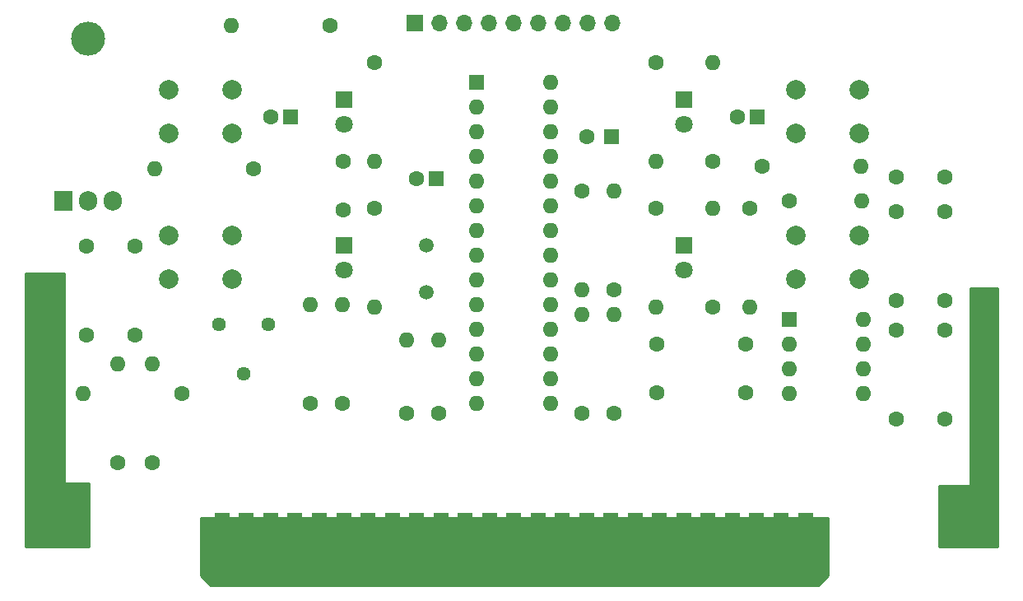
<source format=gbr>
G04 #@! TF.GenerationSoftware,KiCad,Pcbnew,(5.1.7)-1*
G04 #@! TF.CreationDate,2021-09-17T17:51:21-05:00*
G04 #@! TF.ProjectId,ConsolePedalUno,436f6e73-6f6c-4655-9065-64616c556e6f,rev?*
G04 #@! TF.SameCoordinates,Original*
G04 #@! TF.FileFunction,Soldermask,Bot*
G04 #@! TF.FilePolarity,Negative*
%FSLAX46Y46*%
G04 Gerber Fmt 4.6, Leading zero omitted, Abs format (unit mm)*
G04 Created by KiCad (PCBNEW (5.1.7)-1) date 2021-09-17 17:51:21*
%MOMM*%
%LPD*%
G01*
G04 APERTURE LIST*
%ADD10R,1.500000X7.000000*%
%ADD11C,5.000000*%
%ADD12C,1.600000*%
%ADD13R,1.600000X1.600000*%
%ADD14O,1.600000X1.600000*%
%ADD15R,1.800000X1.800000*%
%ADD16C,1.800000*%
%ADD17R,1.700000X1.700000*%
%ADD18O,1.700000X1.700000*%
%ADD19C,1.440000*%
%ADD20C,2.000000*%
%ADD21C,1.500000*%
%ADD22O,3.500000X3.500000*%
%ADD23R,1.905000X2.000000*%
%ADD24O,1.905000X2.000000*%
%ADD25C,0.254000*%
%ADD26C,0.100000*%
G04 APERTURE END LIST*
D10*
G04 #@! TO.C,J1*
X102715000Y-126000000D03*
X105215000Y-126000000D03*
X107715000Y-126000000D03*
X110215000Y-126000000D03*
X112715000Y-126000000D03*
X115215000Y-126000000D03*
X117715000Y-126000000D03*
X120215000Y-126000000D03*
X122715000Y-126000000D03*
X125215000Y-126000000D03*
X127715000Y-126000000D03*
X130215000Y-126000000D03*
X132715000Y-126000000D03*
X135215000Y-126000000D03*
X137715000Y-126000000D03*
X140215000Y-126000000D03*
X142715000Y-126000000D03*
X145215000Y-126000000D03*
X147715000Y-126000000D03*
X150215000Y-126000000D03*
X152715000Y-126000000D03*
X155215000Y-126000000D03*
X157715000Y-126000000D03*
X160215000Y-126000000D03*
X162715000Y-126000000D03*
G04 #@! TD*
D11*
G04 #@! TO.C,H1*
X85350000Y-122600000D03*
G04 #@! TD*
G04 #@! TO.C,H2*
X180150000Y-122600000D03*
G04 #@! TD*
D12*
G04 #@! TO.C,C1*
X88726000Y-104286000D03*
X93726000Y-104286000D03*
G04 #@! TD*
G04 #@! TO.C,C2*
X172038000Y-100730000D03*
X177038000Y-100730000D03*
G04 #@! TD*
G04 #@! TO.C,C3*
X122714000Y-88138000D03*
D13*
X124714000Y-88138000D03*
G04 #@! TD*
D12*
G04 #@! TO.C,C4*
X161036000Y-90424000D03*
D14*
X168536000Y-90424000D03*
G04 #@! TD*
D12*
G04 #@! TO.C,C5*
X115208000Y-86360000D03*
X115208000Y-91360000D03*
G04 #@! TD*
G04 #@! TO.C,C6*
X121666000Y-112268000D03*
D14*
X121666000Y-104768000D03*
G04 #@! TD*
D12*
G04 #@! TO.C,C7*
X147428000Y-105156000D03*
X147428000Y-110156000D03*
G04 #@! TD*
G04 #@! TO.C,C8*
X156610000Y-105156000D03*
X156610000Y-110156000D03*
G04 #@! TD*
G04 #@! TO.C,C9*
X177038000Y-91548000D03*
X172038000Y-91548000D03*
G04 #@! TD*
D13*
G04 #@! TO.C,C10*
X157734000Y-81788000D03*
D12*
X155734000Y-81788000D03*
G04 #@! TD*
G04 #@! TO.C,C11*
X172038000Y-112922000D03*
X177038000Y-112922000D03*
G04 #@! TD*
D14*
G04 #@! TO.C,C12*
X124968000Y-104768000D03*
D12*
X124968000Y-112268000D03*
G04 #@! TD*
D13*
G04 #@! TO.C,C13*
X109728000Y-81788000D03*
D12*
X107728000Y-81788000D03*
G04 #@! TD*
G04 #@! TO.C,C14*
X88726000Y-95104000D03*
X93726000Y-95104000D03*
G04 #@! TD*
G04 #@! TO.C,C15*
X177038000Y-103740000D03*
X172038000Y-103740000D03*
G04 #@! TD*
D13*
G04 #@! TO.C,C16*
X142748000Y-83820000D03*
D12*
X140248000Y-83820000D03*
G04 #@! TD*
G04 #@! TO.C,C17*
X172038000Y-88030000D03*
X177038000Y-88030000D03*
G04 #@! TD*
D15*
G04 #@! TO.C,D3*
X115250000Y-80000000D03*
D16*
X115250000Y-82540000D03*
G04 #@! TD*
G04 #@! TO.C,D4*
X150250000Y-82540000D03*
D15*
X150250000Y-80000000D03*
G04 #@! TD*
G04 #@! TO.C,D5*
X115250000Y-95000000D03*
D16*
X115250000Y-97540000D03*
G04 #@! TD*
G04 #@! TO.C,D6*
X150250000Y-97540000D03*
D15*
X150250000Y-95000000D03*
G04 #@! TD*
D17*
G04 #@! TO.C,J2*
X122555000Y-72136000D03*
D18*
X125095000Y-72136000D03*
X127635000Y-72136000D03*
X130175000Y-72136000D03*
X132715000Y-72136000D03*
X135255000Y-72136000D03*
X137795000Y-72136000D03*
X140335000Y-72136000D03*
X142875000Y-72136000D03*
G04 #@! TD*
D12*
G04 #@! TO.C,R1*
X95504000Y-117348000D03*
D14*
X95504000Y-107188000D03*
G04 #@! TD*
G04 #@! TO.C,R2*
X91948000Y-107188000D03*
D12*
X91948000Y-117348000D03*
G04 #@! TD*
G04 #@! TO.C,R3*
X98552000Y-110236000D03*
D14*
X88392000Y-110236000D03*
G04 #@! TD*
G04 #@! TO.C,R4*
X95758000Y-87122000D03*
D12*
X105918000Y-87122000D03*
G04 #@! TD*
D14*
G04 #@! TO.C,R5*
X111760000Y-101092000D03*
D12*
X111760000Y-111252000D03*
G04 #@! TD*
G04 #@! TO.C,R6*
X115062000Y-111252000D03*
D14*
X115062000Y-101092000D03*
G04 #@! TD*
G04 #@! TO.C,R7*
X156972000Y-101346000D03*
D12*
X156972000Y-91186000D03*
G04 #@! TD*
G04 #@! TO.C,R8*
X153162000Y-101346000D03*
D14*
X153162000Y-91186000D03*
G04 #@! TD*
G04 #@! TO.C,R9*
X153162000Y-76200000D03*
D12*
X153162000Y-86360000D03*
G04 #@! TD*
G04 #@! TO.C,R10*
X139700000Y-89408000D03*
D14*
X139700000Y-99568000D03*
G04 #@! TD*
G04 #@! TO.C,R11*
X143002000Y-102108000D03*
D12*
X143002000Y-112268000D03*
G04 #@! TD*
D14*
G04 #@! TO.C,R12*
X143002000Y-89408000D03*
D12*
X143002000Y-99568000D03*
G04 #@! TD*
G04 #@! TO.C,R13*
X158242000Y-86868000D03*
D14*
X168402000Y-86868000D03*
G04 #@! TD*
D12*
G04 #@! TO.C,R14*
X118364000Y-76200000D03*
D14*
X118364000Y-86360000D03*
G04 #@! TD*
D12*
G04 #@! TO.C,R15*
X147320000Y-76200000D03*
D14*
X147320000Y-86360000D03*
G04 #@! TD*
G04 #@! TO.C,R16*
X118364000Y-101346000D03*
D12*
X118364000Y-91186000D03*
G04 #@! TD*
G04 #@! TO.C,R17*
X147320000Y-91186000D03*
D14*
X147320000Y-101346000D03*
G04 #@! TD*
G04 #@! TO.C,R18*
X139700000Y-102108000D03*
D12*
X139700000Y-112268000D03*
G04 #@! TD*
G04 #@! TO.C,R19*
X113792000Y-72390000D03*
D14*
X103632000Y-72390000D03*
G04 #@! TD*
D19*
G04 #@! TO.C,RV1*
X107442000Y-103124000D03*
X104902000Y-108204000D03*
X102362000Y-103124000D03*
G04 #@! TD*
D20*
G04 #@! TO.C,SW1*
X97250000Y-83520000D03*
X97250000Y-79020000D03*
X103750000Y-83520000D03*
X103750000Y-79020000D03*
G04 #@! TD*
G04 #@! TO.C,SW2*
X168250000Y-79020000D03*
X168250000Y-83520000D03*
X161750000Y-79020000D03*
X161750000Y-83520000D03*
G04 #@! TD*
G04 #@! TO.C,SW3*
X97250000Y-98520000D03*
X97250000Y-94020000D03*
X103750000Y-98520000D03*
X103750000Y-94020000D03*
G04 #@! TD*
G04 #@! TO.C,SW4*
X168250000Y-94020000D03*
X168250000Y-98520000D03*
X161750000Y-94020000D03*
X161750000Y-98520000D03*
G04 #@! TD*
D13*
G04 #@! TO.C,U1*
X161036000Y-102616000D03*
D14*
X168656000Y-110236000D03*
X161036000Y-105156000D03*
X168656000Y-107696000D03*
X161036000Y-107696000D03*
X168656000Y-105156000D03*
X161036000Y-110236000D03*
X168656000Y-102616000D03*
G04 #@! TD*
D13*
G04 #@! TO.C,U2*
X128905000Y-78232000D03*
D14*
X136525000Y-111252000D03*
X128905000Y-80772000D03*
X136525000Y-108712000D03*
X128905000Y-83312000D03*
X136525000Y-106172000D03*
X128905000Y-85852000D03*
X136525000Y-103632000D03*
X128905000Y-88392000D03*
X136525000Y-101092000D03*
X128905000Y-90932000D03*
X136525000Y-98552000D03*
X128905000Y-93472000D03*
X136525000Y-96012000D03*
X128905000Y-96012000D03*
X136525000Y-93472000D03*
X128905000Y-98552000D03*
X136525000Y-90932000D03*
X128905000Y-101092000D03*
X136525000Y-88392000D03*
X128905000Y-103632000D03*
X136525000Y-85852000D03*
X128905000Y-106172000D03*
X136525000Y-83312000D03*
X128905000Y-108712000D03*
X136525000Y-80772000D03*
X128905000Y-111252000D03*
X136525000Y-78232000D03*
G04 #@! TD*
D21*
G04 #@! TO.C,Y1*
X123698000Y-94996000D03*
X123698000Y-99876000D03*
G04 #@! TD*
D22*
G04 #@! TO.C,U3*
X88900000Y-73764000D03*
D23*
X86360000Y-90424000D03*
D24*
X88900000Y-90424000D03*
X91440000Y-90424000D03*
G04 #@! TD*
D25*
X165000000Y-129000000D02*
X164000000Y-130000000D01*
X101500000Y-130000000D01*
X100500000Y-129000000D01*
X100500000Y-123063000D01*
X165000000Y-123063000D01*
X165000000Y-129000000D01*
D26*
G36*
X165000000Y-129000000D02*
G01*
X164000000Y-130000000D01*
X101500000Y-130000000D01*
X100500000Y-129000000D01*
X100500000Y-123063000D01*
X165000000Y-123063000D01*
X165000000Y-129000000D01*
G37*
D25*
X86487000Y-119380000D02*
X86489440Y-119404776D01*
X86496667Y-119428601D01*
X86508403Y-119450557D01*
X86524197Y-119469803D01*
X86543443Y-119485597D01*
X86565399Y-119497333D01*
X86589224Y-119504560D01*
X86614000Y-119507000D01*
X89000000Y-119507000D01*
X89000000Y-126000000D01*
X82500000Y-126000000D01*
X82500000Y-97917000D01*
X86487000Y-97917000D01*
X86487000Y-119380000D01*
D26*
G36*
X86487000Y-119380000D02*
G01*
X86489440Y-119404776D01*
X86496667Y-119428601D01*
X86508403Y-119450557D01*
X86524197Y-119469803D01*
X86543443Y-119485597D01*
X86565399Y-119497333D01*
X86589224Y-119504560D01*
X86614000Y-119507000D01*
X89000000Y-119507000D01*
X89000000Y-126000000D01*
X82500000Y-126000000D01*
X82500000Y-97917000D01*
X86487000Y-97917000D01*
X86487000Y-119380000D01*
G37*
D25*
X182499000Y-126000000D02*
X176500000Y-126000000D01*
X176500000Y-119761000D01*
X179578000Y-119761000D01*
X179602776Y-119758560D01*
X179626601Y-119751333D01*
X179648557Y-119739597D01*
X179667803Y-119723803D01*
X179683597Y-119704557D01*
X179695333Y-119682601D01*
X179702560Y-119658776D01*
X179705000Y-119634000D01*
X179705000Y-99441000D01*
X182499000Y-99441000D01*
X182499000Y-126000000D01*
D26*
G36*
X182499000Y-126000000D02*
G01*
X176500000Y-126000000D01*
X176500000Y-119761000D01*
X179578000Y-119761000D01*
X179602776Y-119758560D01*
X179626601Y-119751333D01*
X179648557Y-119739597D01*
X179667803Y-119723803D01*
X179683597Y-119704557D01*
X179695333Y-119682601D01*
X179702560Y-119658776D01*
X179705000Y-119634000D01*
X179705000Y-99441000D01*
X182499000Y-99441000D01*
X182499000Y-126000000D01*
G37*
M02*

</source>
